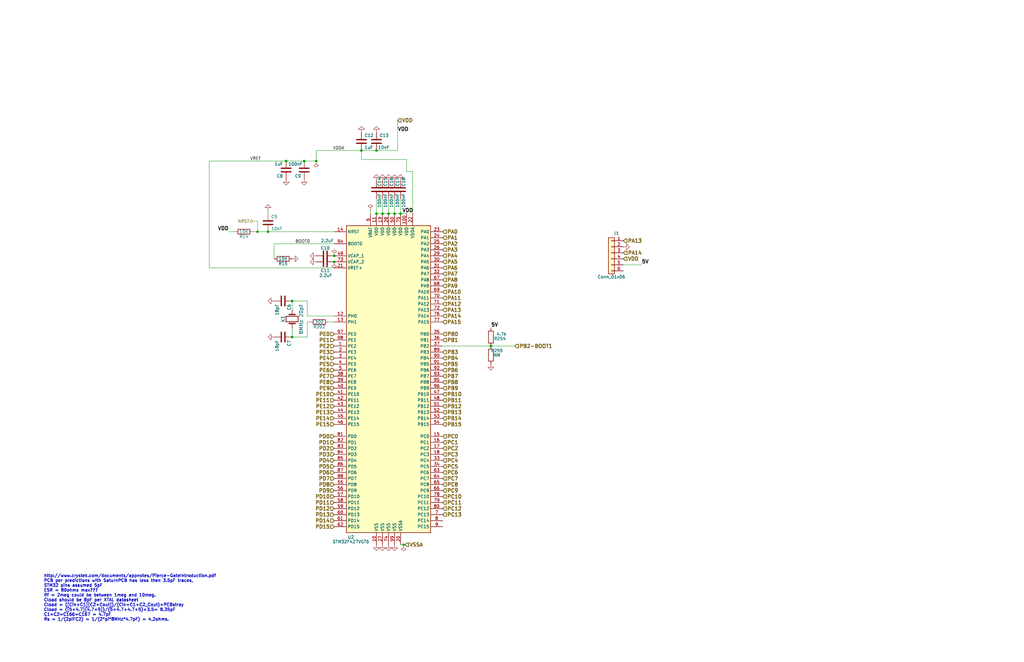
<source format=kicad_sch>
(kicad_sch (version 20211123) (generator eeschema)
  (paper "B")
  (title_block (title "microRusEFI-2L") (date "2022-04-10") (rev "R0.6.0") (company "rusEFI.com") (comment 1 "Donald Becker") (comment 2 "AI6OD"))
  (lib_symbols
    (symbol "Connector_Generic:Conn_01x06" (pin_names (offset 1.016) hide)
      (property "Reference" "J" (at 0 7.62 0))
      (property "Value" "Conn_01x06" (at 0 -10.16 0))
      (symbol "Conn_01x06_1_1"
        (rectangle (start -1.27 -7.493) (end 0 -7.747) (stroke (width 0.1524)))
        (rectangle (start -1.27 -4.953) (end 0 -5.207) (stroke (width 0.1524)))
        (rectangle (start -1.27 -2.413) (end 0 -2.667) (stroke (width 0.1524)))
        (rectangle (start -1.27 0.127) (end 0 -0.127) (stroke (width 0.1524)))
        (rectangle (start -1.27 2.667) (end 0 2.413) (stroke (width 0.1524)))
        (rectangle (start -1.27 5.207) (end 0 4.953) (stroke (width 0.1524)))
        (rectangle (start -1.27 6.35) (end 1.27 -8.89) (stroke (width 0.254)) (fill (type background)))
        (pin passive line (at -5.08 5.08 0) (length 3.81) (name "Pin_1") (number "1"))
        (pin passive line (at -5.08 2.54 0) (length 3.81) (name "Pin_2") (number "2"))
        (pin passive line (at -5.08 0 0) (length 3.81) (name "Pin_3") (number "3"))
        (pin passive line (at -5.08 -2.54 0) (length 3.81) (name "Pin_4") (number "4"))
        (pin passive line (at -5.08 -5.08 0) (length 3.81) (name "Pin_5") (number "5"))
        (pin passive line (at -5.08 -7.62 0) (length 3.81) (name "Pin_6") (number "6"))
      )
    )
    (symbol "Device:C" (pin_numbers hide) (pin_names (offset 0.254))
      (property "Reference" "C" (at 0.635 2.54 0))
      (property "Value" "C" (at 0.635 -2.54 0))
      (symbol "C_0_1"
        (polyline (pts (xy -2.032 -0.762) (xy 2.032 -0.762)) (stroke (width 0.508)))
        (polyline (pts (xy -2.032 0.762) (xy 2.032 0.762)) (stroke (width 0.508)))
      )
      (symbol "C_1_1"
        (pin passive line (at 0 3.81 270) (length 2.794) (name "~") (number "1"))
        (pin passive line (at 0 -3.81 90) (length 2.794) (name "~") (number "2"))
      )
    )
    (symbol "Device:Crystal" (pin_numbers hide) (pin_names (offset 1.016) hide)
      (property "Reference" "Y" (at 0 3.81 0))
      (property "Value" "Crystal" (at 0 -3.81 0))
      (symbol "Crystal_0_1"
        (rectangle (start -1.143 2.54) (end 1.143 -2.54) (stroke (width 0.3048)))
        (polyline (pts (xy -2.54 0) (xy -1.905 0)))
        (polyline (pts (xy -1.905 -1.27) (xy -1.905 1.27)) (stroke (width 0.508)))
        (polyline (pts (xy 1.905 -1.27) (xy 1.905 1.27)) (stroke (width 0.508)))
        (polyline (pts (xy 2.54 0) (xy 1.905 0)))
      )
      (symbol "Crystal_1_1"
        (pin passive line (at -3.81 0 0) (length 1.27) (name "1") (number "1"))
        (pin passive line (at 3.81 0 180) (length 1.27) (name "2") (number "2"))
      )
    )
    (symbol "Device:R" (pin_numbers hide) (pin_names (offset 0))
      (property "Reference" "R" (at 2.032 0 90))
      (property "Value" "R" (at 0 0 90))
      (symbol "R_0_1"
        (rectangle (start -1.016 -2.54) (end 1.016 2.54) (stroke (width 0.254)))
      )
      (symbol "R_1_1"
        (pin passive line (at 0 3.81 270) (length 1.27) (name "~") (number "1"))
        (pin passive line (at 0 -3.81 90) (length 1.27) (name "~") (number "2"))
      )
    )
    (symbol "MCU_ST_STM32F4:STM32F407VGTx"
      (property "Reference" "U" (at -17.78 64.77 0))
      (property "Value" "STM32F407VGTx" (at 12.7 64.77 0))
      (symbol "STM32F407VGTx_0_1"
        (rectangle (start -17.78 -66.04) (end 17.78 63.5) (stroke (width 0.254)) (fill (type background)))
      )
      (symbol "STM32F407VGTx_1_1"
        (pin bidirectional line (at -22.86 12.7 0) (length 5.08) (name "PE2") (number "1"))
        (pin power_in line (at -5.08 -71.12 90) (length 5.08) (name "VSS") (number "10"))
        (pin power_in line (at 7.62 68.58 270) (length 5.08) (name "VDD") (number "100"))
        (pin power_in line (at -5.08 68.58 270) (length 5.08) (name "VDD") (number "11"))
        (pin input line (at -22.86 25.4 0) (length 5.08) (name "PH0") (number "12"))
        (pin input line (at -22.86 22.86 0) (length 5.08) (name "PH1") (number "13"))
        (pin input line (at -22.86 60.96 0) (length 5.08) (name "NRST") (number "14"))
        (pin bidirectional line (at 22.86 -25.4 180) (length 5.08) (name "PC0") (number "15"))
        (pin bidirectional line (at 22.86 -27.94 180) (length 5.08) (name "PC1") (number "16"))
        (pin bidirectional line (at 22.86 -30.48 180) (length 5.08) (name "PC2") (number "17"))
        (pin bidirectional line (at 22.86 -33.02 180) (length 5.08) (name "PC3") (number "18"))
        (pin power_in line (at -2.54 68.58 270) (length 5.08) (name "VDD") (number "19"))
        (pin bidirectional line (at -22.86 10.16 0) (length 5.08) (name "PE3") (number "2"))
        (pin power_in line (at 5.08 -71.12 90) (length 5.08) (name "VSSA") (number "20"))
        (pin power_in line (at -22.86 45.72 0) (length 5.08) (name "VREF+") (number "21"))
        (pin power_in line (at 10.16 68.58 270) (length 5.08) (name "VDDA") (number "22"))
        (pin bidirectional line (at 22.86 60.96 180) (length 5.08) (name "PA0") (number "23"))
        (pin bidirectional line (at 22.86 58.42 180) (length 5.08) (name "PA1") (number "24"))
        (pin bidirectional line (at 22.86 55.88 180) (length 5.08) (name "PA2") (number "25"))
        (pin bidirectional line (at 22.86 53.34 180) (length 5.08) (name "PA3") (number "26"))
        (pin power_in line (at -2.54 -71.12 90) (length 5.08) (name "VSS") (number "27"))
        (pin power_in line (at 0 68.58 270) (length 5.08) (name "VDD") (number "28"))
        (pin bidirectional line (at 22.86 50.8 180) (length 5.08) (name "PA4") (number "29"))
        (pin bidirectional line (at -22.86 7.62 0) (length 5.08) (name "PE4") (number "3"))
        (pin bidirectional line (at 22.86 48.26 180) (length 5.08) (name "PA5") (number "30"))
        (pin bidirectional line (at 22.86 45.72 180) (length 5.08) (name "PA6") (number "31"))
        (pin bidirectional line (at 22.86 43.18 180) (length 5.08) (name "PA7") (number "32"))
        (pin bidirectional line (at 22.86 -35.56 180) (length 5.08) (name "PC4") (number "33"))
        (pin bidirectional line (at 22.86 -38.1 180) (length 5.08) (name "PC5") (number "34"))
        (pin bidirectional line (at 22.86 17.78 180) (length 5.08) (name "PB0") (number "35"))
        (pin bidirectional line (at 22.86 15.24 180) (length 5.08) (name "PB1") (number "36"))
        (pin bidirectional line (at 22.86 12.7 180) (length 5.08) (name "PB2") (number "37"))
        (pin bidirectional line (at -22.86 0 0) (length 5.08) (name "PE7") (number "38"))
        (pin bidirectional line (at -22.86 -2.54 0) (length 5.08) (name "PE8") (number "39"))
        (pin bidirectional line (at -22.86 5.08 0) (length 5.08) (name "PE5") (number "4"))
        (pin bidirectional line (at -22.86 -5.08 0) (length 5.08) (name "PE9") (number "40"))
        (pin bidirectional line (at -22.86 -7.62 0) (length 5.08) (name "PE10") (number "41"))
        (pin bidirectional line (at -22.86 -10.16 0) (length 5.08) (name "PE11") (number "42"))
        (pin bidirectional line (at -22.86 -12.7 0) (length 5.08) (name "PE12") (number "43"))
        (pin bidirectional line (at -22.86 -15.24 0) (length 5.08) (name "PE13") (number "44"))
        (pin bidirectional line (at -22.86 -17.78 0) (length 5.08) (name "PE14") (number "45"))
        (pin bidirectional line (at -22.86 -20.32 0) (length 5.08) (name "PE15") (number "46"))
        (pin bidirectional line (at 22.86 -7.62 180) (length 5.08) (name "PB10") (number "47"))
        (pin bidirectional line (at 22.86 -10.16 180) (length 5.08) (name "PB11") (number "48"))
        (pin power_in line (at -22.86 50.8 0) (length 5.08) (name "VCAP_1") (number "49"))
        (pin bidirectional line (at -22.86 2.54 0) (length 5.08) (name "PE6") (number "5"))
        (pin power_in line (at 2.54 68.58 270) (length 5.08) (name "VDD") (number "50"))
        (pin bidirectional line (at 22.86 -12.7 180) (length 5.08) (name "PB12") (number "51"))
        (pin bidirectional line (at 22.86 -15.24 180) (length 5.08) (name "PB13") (number "52"))
        (pin bidirectional line (at 22.86 -17.78 180) (length 5.08) (name "PB14") (number "53"))
        (pin bidirectional line (at 22.86 -20.32 180) (length 5.08) (name "PB15") (number "54"))
        (pin bidirectional line (at -22.86 -45.72 0) (length 5.08) (name "PD8") (number "55"))
        (pin bidirectional line (at -22.86 -48.26 0) (length 5.08) (name "PD9") (number "56"))
        (pin bidirectional line (at -22.86 -50.8 0) (length 5.08) (name "PD10") (number "57"))
        (pin bidirectional line (at -22.86 -53.34 0) (length 5.08) (name "PD11") (number "58"))
        (pin bidirectional line (at -22.86 -55.88 0) (length 5.08) (name "PD12") (number "59"))
        (pin power_in line (at -7.62 68.58 270) (length 5.08) (name "VBAT") (number "6"))
        (pin bidirectional line (at -22.86 -58.42 0) (length 5.08) (name "PD13") (number "60"))
        (pin bidirectional line (at -22.86 -60.96 0) (length 5.08) (name "PD14") (number "61"))
        (pin bidirectional line (at -22.86 -63.5 0) (length 5.08) (name "PD15") (number "62"))
        (pin bidirectional line (at 22.86 -40.64 180) (length 5.08) (name "PC6") (number "63"))
        (pin bidirectional line (at 22.86 -43.18 180) (length 5.08) (name "PC7") (number "64"))
        (pin bidirectional line (at 22.86 -45.72 180) (length 5.08) (name "PC8") (number "65"))
        (pin bidirectional line (at 22.86 -48.26 180) (length 5.08) (name "PC9") (number "66"))
        (pin bidirectional line (at 22.86 40.64 180) (length 5.08) (name "PA8") (number "67"))
        (pin bidirectional line (at 22.86 38.1 180) (length 5.08) (name "PA9") (number "68"))
        (pin bidirectional line (at 22.86 35.56 180) (length 5.08) (name "PA10") (number "69"))
        (pin bidirectional line (at 22.86 -58.42 180) (length 5.08) (name "PC13") (number "7"))
        (pin bidirectional line (at 22.86 33.02 180) (length 5.08) (name "PA11") (number "70"))
        (pin bidirectional line (at 22.86 30.48 180) (length 5.08) (name "PA12") (number "71"))
        (pin bidirectional line (at 22.86 27.94 180) (length 5.08) (name "PA13") (number "72"))
        (pin power_in line (at -22.86 48.26 0) (length 5.08) (name "VCAP_2") (number "73"))
        (pin power_in line (at 0 -71.12 90) (length 5.08) (name "VSS") (number "74"))
        (pin power_in line (at 5.08 68.58 270) (length 5.08) (name "VDD") (number "75"))
        (pin bidirectional line (at 22.86 25.4 180) (length 5.08) (name "PA14") (number "76"))
        (pin bidirectional line (at 22.86 22.86 180) (length 5.08) (name "PA15") (number "77"))
        (pin bidirectional line (at 22.86 -50.8 180) (length 5.08) (name "PC10") (number "78"))
        (pin bidirectional line (at 22.86 -53.34 180) (length 5.08) (name "PC11") (number "79"))
        (pin bidirectional line (at 22.86 -60.96 180) (length 5.08) (name "PC14") (number "8"))
        (pin bidirectional line (at 22.86 -55.88 180) (length 5.08) (name "PC12") (number "80"))
        (pin bidirectional line (at -22.86 -25.4 0) (length 5.08) (name "PD0") (number "81"))
        (pin bidirectional line (at -22.86 -27.94 0) (length 5.08) (name "PD1") (number "82"))
        (pin bidirectional line (at -22.86 -30.48 0) (length 5.08) (name "PD2") (number "83"))
        (pin bidirectional line (at -22.86 -33.02 0) (length 5.08) (name "PD3") (number "84"))
        (pin bidirectional line (at -22.86 -35.56 0) (length 5.08) (name "PD4") (number "85"))
        (pin bidirectional line (at -22.86 -38.1 0) (length 5.08) (name "PD5") (number "86"))
        (pin bidirectional line (at -22.86 -40.64 0) (length 5.08) (name "PD6") (number "87"))
        (pin bidirectional line (at -22.86 -43.18 0) (length 5.08) (name "PD7") (number "88"))
        (pin bidirectional line (at 22.86 10.16 180) (length 5.08) (name "PB3") (number "89"))
        (pin bidirectional line (at 22.86 -63.5 180) (length 5.08) (name "PC15") (number "9"))
        (pin bidirectional line (at 22.86 7.62 180) (length 5.08) (name "PB4") (number "90"))
        (pin bidirectional line (at 22.86 5.08 180) (length 5.08) (name "PB5") (number "91"))
        (pin bidirectional line (at 22.86 2.54 180) (length 5.08) (name "PB6") (number "92"))
        (pin bidirectional line (at 22.86 0 180) (length 5.08) (name "PB7") (number "93"))
        (pin input line (at -22.86 55.88 0) (length 5.08) (name "BOOT0") (number "94"))
        (pin bidirectional line (at 22.86 -2.54 180) (length 5.08) (name "PB8") (number "95"))
        (pin bidirectional line (at 22.86 -5.08 180) (length 5.08) (name "PB9") (number "96"))
        (pin bidirectional line (at -22.86 17.78 0) (length 5.08) (name "PE0") (number "97"))
        (pin bidirectional line (at -22.86 15.24 0) (length 5.08) (name "PE1") (number "98"))
        (pin power_in line (at 2.54 -71.12 90) (length 5.08) (name "VSS") (number "99"))
      )
    )
    (symbol "power:GND" (power) (pin_names (offset 0))
      (property "Value" "GND" (at 0 -3.81 0))
      (symbol "GND_0_1"
        (polyline (pts (xy 0 0) (xy 0 -1.27) (xy 1.27 -1.27) (xy 0 -2.54) (xy -1.27 -1.27) (xy 0 -1.27)))
      )
      (symbol "GND_1_1"
        (pin power_in line (at 0 0 270) (length 0) hide (name "GND") (number "1"))
      )
    )
    (symbol "power:PWR_FLAG" (power) (pin_numbers hide) (pin_names (offset 0) hide)
      (property "Value" "PWR_FLAG" (at 0 3.81 0))
      (symbol "PWR_FLAG_0_0"
        (pin power_out line (at 0 0 90) (length 0) (name "pwr") (number "1"))
      )
      (symbol "PWR_FLAG_0_1"
        (polyline (pts (xy 0 0) (xy 0 1.27) (xy -1.016 1.905) (xy 0 2.54) (xy 1.016 1.905) (xy 0 1.27)))
      )
    )
  )
  (junction (at 123.19 142.24))
  (junction (at 133.35 67.945))
  (junction (at 140.97 107.95))
  (junction (at 166.37 90.17))
  (junction (at 168.91 90.17))
  (junction (at 163.83 90.17))
  (junction (at 161.29 90.17))
  (junction (at 140.97 110.49))
  (junction (at 113.03 97.79))
  (junction (at 158.75 63.5))
  (junction (at 170.18 229.87))
  (junction (at 123.19 127))
  (junction (at 120.65 67.945))
  (junction (at 207.01 146.05))
  (junction (at 152.4 63.5))
  (junction (at 128.27 67.945))
  (junction (at 158.75 90.17))
  (junction (at 108.585 97.79))
  (wire (pts (xy 170.18 229.87) (xy 170.815 229.87)))
  (wire (pts (xy 88.265 67.945) (xy 88.265 113.03)))
  (wire (pts (xy 163.83 90.17) (xy 166.37 90.17)))
  (wire (pts (xy 128.27 67.945) (xy 133.35 67.945)))
  (wire (pts (xy 123.19 127) (xy 123.19 130.81)))
  (wire (pts (xy 113.03 90.17) (xy 113.03 88.9)))
  (wire (pts (xy 129.54 127) (xy 129.54 133.35)))
  (wire (pts (xy 217.17 146.05) (xy 207.01 146.05)))
  (wire (pts (xy 156.21 88.9) (xy 156.21 90.17)))
  (wire (pts (xy 168.91 83.82) (xy 168.91 90.17)))
  (wire (pts (xy 152.4 63.5) (xy 152.4 67.31)))
  (wire (pts (xy 88.265 113.03) (xy 140.97 113.03)))
  (wire (pts (xy 171.45 67.31) (xy 152.4 67.31)))
  (wire (pts (xy 129.54 135.89) (xy 129.54 142.24)))
  (wire (pts (xy 106.68 93.345) (xy 108.585 93.345)))
  (wire (pts (xy 108.585 93.345) (xy 108.585 97.79)))
  (wire (pts (xy 106.68 97.79) (xy 108.585 97.79)))
  (wire (pts (xy 99.06 97.79) (xy 96.52 97.79)))
  (wire (pts (xy 130.81 135.89) (xy 129.54 135.89)))
  (wire (pts (xy 120.65 67.945) (xy 128.27 67.945)))
  (wire (pts (xy 133.35 63.5) (xy 133.35 67.945)))
  (wire (pts (xy 173.99 72.39) (xy 171.45 72.39)))
  (wire (pts (xy 168.91 229.87) (xy 170.18 229.87)))
  (wire (pts (xy 115.57 102.87) (xy 140.97 102.87)))
  (wire (pts (xy 88.265 67.945) (xy 120.65 67.945)))
  (wire (pts (xy 158.75 90.17) (xy 161.29 90.17)))
  (wire (pts (xy 140.97 135.89) (xy 138.43 135.89)))
  (wire (pts (xy 161.29 83.82) (xy 161.29 90.17)))
  (wire (pts (xy 113.03 97.79) (xy 140.97 97.79)))
  (wire (pts (xy 171.45 67.31) (xy 171.45 72.39)))
  (wire (pts (xy 173.99 90.17) (xy 173.99 72.39)))
  (wire (pts (xy 133.35 63.5) (xy 152.4 63.5)))
  (wire (pts (xy 161.29 90.17) (xy 163.83 90.17)))
  (wire (pts (xy 108.585 97.79) (xy 113.03 97.79)))
  (wire (pts (xy 167.64 50.8) (xy 167.64 63.5)))
  (wire (pts (xy 168.91 90.17) (xy 171.45 90.17)))
  (wire (pts (xy 140.97 133.35) (xy 129.54 133.35)))
  (wire (pts (xy 163.83 83.82) (xy 163.83 90.17)))
  (wire (pts (xy 115.57 109.22) (xy 115.57 102.87)))
  (wire (pts (xy 166.37 90.17) (xy 168.91 90.17)))
  (wire (pts (xy 207.01 146.05) (xy 186.69 146.05)))
  (wire (pts (xy 123.19 138.43) (xy 123.19 142.24)))
  (wire (pts (xy 152.4 63.5) (xy 158.75 63.5)))
  (wire (pts (xy 129.54 127) (xy 123.19 127)))
  (wire (pts (xy 129.54 142.24) (xy 123.19 142.24)))
  (wire (pts (xy 270.51 111.76) (xy 262.89 111.76)))
  (wire (pts (xy 158.75 63.5) (xy 167.64 63.5)))
  (wire (pts (xy 158.75 83.82) (xy 158.75 90.17)))
  (wire (pts (xy 166.37 83.82) (xy 166.37 90.17)))
  (text "http://www.crystek.com/documents/appnotes/Pierce-GateIntroduction.pdf\nPCB per predictions with SaturnPCB has less then 3.5pF traces, \nSTM32 pins assumed 5pF\nESR = 80ohms max???\nRf = 2meg could be between 1meg and 10meg.\nCload should be 8pF per XTAL datasheet\nCload = ([Cin+C1][C2+Cout])/(Cin+C1+C2_Cout)+PCBstray\nCload = ([5+4.7][4.7+5])/(5+4.7+4.7+5)+3.5= 8.35pF\nC1=C2=C166=C167 = 4.7pF\nRs = 1/(2piFC2) = 1/(2*pi*8MHz*4.7pF) = 4.2ohms. " (at 18.415 262.255 0) (effects (font (size 1.27 1.27) (thickness 0.254) bold) (justify left bottom)))
  (label "VDD" (at 169.545 90.17 0) (effects (font (size 1.524 1.524) (thickness 0.3048) bold)))
  (label "5V" (at 207.01 138.43 0) (effects (font (size 1.524 1.524) (thickness 0.3048) bold)))
  (label "VREF" (at 105.41 67.945 0))
  (label "BOOT0" (at 124.46 102.87 0))
  (label "5V" (at 270.51 111.76 0) (effects (font (size 1.524 1.524) (thickness 0.3048) bold)))
  (label "VDD" (at 96.52 97.79 180) (effects (font (size 1.524 1.524) (thickness 0.3048) bold)))
  (label "VDD" (at 167.64 55.88 0) (effects (font (size 1.524 1.524) (thickness 0.3048) bold)))
  (label "VDDA" (at 140.335 63.5 0))
  (hierarchical_label "PA2" (shape input) (at 186.69 102.87 0) (effects (font (size 1.524 1.524) (thickness 0.3048) bold)))
  (hierarchical_label "PA12" (shape input) (at 186.69 128.27 0) (effects (font (size 1.524 1.524) (thickness 0.3048) bold)))
  (hierarchical_label "PA11" (shape input) (at 186.69 125.73 0) (effects (font (size 1.524 1.524) (thickness 0.3048) bold)))
  (hierarchical_label "PD14" (shape input) (at 140.97 219.71 180) (effects (font (size 1.524 1.524) (thickness 0.3048) bold)))
  (hierarchical_label "PA5" (shape input) (at 186.69 110.49 0) (effects (font (size 1.524 1.524) (thickness 0.3048) bold)))
  (hierarchical_label "PB8" (shape input) (at 186.69 161.29 0) (effects (font (size 1.524 1.524) (thickness 0.3048) bold)))
  (hierarchical_label "PE3" (shape input) (at 140.97 148.59 180) (effects (font (size 1.524 1.524) (thickness 0.3048) bold)))
  (hierarchical_label "PD9" (shape input) (at 140.97 207.01 180) (effects (font (size 1.524 1.524) (thickness 0.3048) bold)))
  (hierarchical_label "PA8" (shape input) (at 186.69 118.11 0) (effects (font (size 1.524 1.524) (thickness 0.3048) bold)))
  (hierarchical_label "PC1" (shape input) (at 186.69 186.69 0) (effects (font (size 1.524 1.524) (thickness 0.3048) bold)))
  (hierarchical_label "PE2" (shape input) (at 140.97 146.05 180) (effects (font (size 1.524 1.524) (thickness 0.3048) bold)))
  (hierarchical_label "PC12" (shape input) (at 186.69 214.63 0) (effects (font (size 1.524 1.524) (thickness 0.3048) bold)))
  (hierarchical_label "PE15" (shape input) (at 140.97 179.07 180) (effects (font (size 1.524 1.524) (thickness 0.3048) bold)))
  (hierarchical_label "VDD" (shape input) (at 262.89 109.22 0) (effects (font (size 1.524 1.524) (thickness 0.3048) bold)))
  (hierarchical_label "PA0" (shape input) (at 186.69 97.79 0) (effects (font (size 1.524 1.524) (thickness 0.3048) bold)))
  (hierarchical_label "PA15" (shape input) (at 186.69 135.89 0) (effects (font (size 1.524 1.524) (thickness 0.3048) bold)))
  (hierarchical_label "PC8" (shape input) (at 186.69 204.47 0) (effects (font (size 1.524 1.524) (thickness 0.3048) bold)))
  (hierarchical_label "PD11" (shape input) (at 140.97 212.09 180) (effects (font (size 1.524 1.524) (thickness 0.3048) bold)))
  (hierarchical_label "PE13" (shape input) (at 140.97 173.99 180) (effects (font (size 1.524 1.524) (thickness 0.3048) bold)))
  (hierarchical_label "PA1" (shape input) (at 186.69 100.33 0) (effects (font (size 1.524 1.524) (thickness 0.3048) bold)))
  (hierarchical_label "PA14" (shape input) (at 262.89 106.68 0) (effects (font (size 1.524 1.524) (thickness 0.3048) bold)))
  (hierarchical_label "PD1" (shape input) (at 140.97 186.69 180) (effects (font (size 1.524 1.524) (thickness 0.3048) bold)))
  (hierarchical_label "PB5" (shape input) (at 186.69 153.67 0) (effects (font (size 1.524 1.524) (thickness 0.3048) bold)))
  (hierarchical_label "PC0" (shape input) (at 186.69 184.15 0) (effects (font (size 1.524 1.524) (thickness 0.3048) bold)))
  (hierarchical_label "VSSA" (shape input) (at 170.815 229.87 0) (effects (font (size 1.524 1.524) (thickness 0.3048) bold)))
  (hierarchical_label "PC6" (shape input) (at 186.69 199.39 0) (effects (font (size 1.524 1.524) (thickness 0.3048) bold)))
  (hierarchical_label "PD12" (shape input) (at 140.97 214.63 180) (effects (font (size 1.524 1.524) (thickness 0.3048) bold)))
  (hierarchical_label "PB3" (shape input) (at 186.69 148.59 0) (effects (font (size 1.524 1.524) (thickness 0.3048) bold)))
  (hierarchical_label "PE14" (shape input) (at 140.97 176.53 180) (effects (font (size 1.524 1.524) (thickness 0.3048) bold)))
  (hierarchical_label "PC9" (shape input) (at 186.69 207.01 0) (effects (font (size 1.524 1.524) (thickness 0.3048) bold)))
  (hierarchical_label "PD7" (shape input) (at 140.97 201.93 180) (effects (font (size 1.524 1.524) (thickness 0.3048) bold)))
  (hierarchical_label "PB0" (shape input) (at 186.69 140.97 0) (effects (font (size 1.524 1.524) (thickness 0.3048) bold)))
  (hierarchical_label "NRST" (shape bidirectional) (at 106.68 93.345 180))
  (hierarchical_label "PB9" (shape input) (at 186.69 163.83 0) (effects (font (size 1.524 1.524) (thickness 0.3048) bold)))
  (hierarchical_label "PD13" (shape input) (at 140.97 217.17 180) (effects (font (size 1.524 1.524) (thickness 0.3048) bold)))
  (hierarchical_label "PB13" (shape input) (at 186.69 173.99 0) (effects (font (size 1.524 1.524) (thickness 0.3048) bold)))
  (hierarchical_label "PB1" (shape input) (at 186.69 143.51 0) (effects (font (size 1.524 1.524) (thickness 0.3048) bold)))
  (hierarchical_label "VDD" (shape input) (at 167.64 50.8 0) (effects (font (size 1.524 1.524) (thickness 0.3048) bold)))
  (hierarchical_label "PC10" (shape input) (at 186.69 209.55 0) (effects (font (size 1.524 1.524) (thickness 0.3048) bold)))
  (hierarchical_label "PE9" (shape input) (at 140.97 163.83 180) (effects (font (size 1.524 1.524) (thickness 0.3048) bold)))
  (hierarchical_label "PD0" (shape input) (at 140.97 184.15 180) (effects (font (size 1.524 1.524) (thickness 0.3048) bold)))
  (hierarchical_label "PA3" (shape input) (at 186.69 105.41 0) (effects (font (size 1.524 1.524) (thickness 0.3048) bold)))
  (hierarchical_label "PB4" (shape input) (at 186.69 151.13 0) (effects (font (size 1.524 1.524) (thickness 0.3048) bold)))
  (hierarchical_label "PB6" (shape input) (at 186.69 156.21 0) (effects (font (size 1.524 1.524) (thickness 0.3048) bold)))
  (hierarchical_label "PE5" (shape input) (at 140.97 153.67 180) (effects (font (size 1.524 1.524) (thickness 0.3048) bold)))
  (hierarchical_label "PA13" (shape input) (at 262.89 101.6 0) (effects (font (size 1.524 1.524) (thickness 0.3048) bold)))
  (hierarchical_label "PE12" (shape input) (at 140.97 171.45 180) (effects (font (size 1.524 1.524) (thickness 0.3048) bold)))
  (hierarchical_label "PC5" (shape input) (at 186.69 196.85 0) (effects (font (size 1.524 1.524) (thickness 0.3048) bold)))
  (hierarchical_label "PC11" (shape input) (at 186.69 212.09 0) (effects (font (size 1.524 1.524) (thickness 0.3048) bold)))
  (hierarchical_label "PD4" (shape input) (at 140.97 194.31 180) (effects (font (size 1.524 1.524) (thickness 0.3048) bold)))
  (hierarchical_label "PE11" (shape input) (at 140.97 168.91 180) (effects (font (size 1.524 1.524) (thickness 0.3048) bold)))
  (hierarchical_label "PE4" (shape input) (at 140.97 151.13 180) (effects (font (size 1.524 1.524) (thickness 0.3048) bold)))
  (hierarchical_label "PA6" (shape input) (at 186.69 113.03 0) (effects (font (size 1.524 1.524) (thickness 0.3048) bold)))
  (hierarchical_label "PD10" (shape input) (at 140.97 209.55 180) (effects (font (size 1.524 1.524) (thickness 0.3048) bold)))
  (hierarchical_label "PD2" (shape input) (at 140.97 189.23 180) (effects (font (size 1.524 1.524) (thickness 0.3048) bold)))
  (hierarchical_label "PE6" (shape input) (at 140.97 156.21 180) (effects (font (size 1.524 1.524) (thickness 0.3048) bold)))
  (hierarchical_label "PC4" (shape input) (at 186.69 194.31 0) (effects (font (size 1.524 1.524) (thickness 0.3048) bold)))
  (hierarchical_label "PA10" (shape input) (at 186.69 123.19 0) (effects (font (size 1.524 1.524) (thickness 0.3048) bold)))
  (hierarchical_label "PE0" (shape input) (at 140.97 140.97 180) (effects (font (size 1.524 1.524) (thickness 0.3048) bold)))
  (hierarchical_label "PD8" (shape input) (at 140.97 204.47 180) (effects (font (size 1.524 1.524) (thickness 0.3048) bold)))
  (hierarchical_label "PB15" (shape input) (at 186.69 179.07 0) (effects (font (size 1.524 1.524) (thickness 0.3048) bold)))
  (hierarchical_label "PB14" (shape input) (at 186.69 176.53 0) (effects (font (size 1.524 1.524) (thickness 0.3048) bold)))
  (hierarchical_label "PC7" (shape input) (at 186.69 201.93 0) (effects (font (size 1.524 1.524) (thickness 0.3048) bold)))
  (hierarchical_label "PE7" (shape input) (at 140.97 158.75 180) (effects (font (size 1.524 1.524) (thickness 0.3048) bold)))
  (hierarchical_label "PB2-BOOT1" (shape input) (at 217.17 146.05 0) (effects (font (size 1.524 1.524) (thickness 0.3048) bold)))
  (hierarchical_label "PC3" (shape input) (at 186.69 191.77 0) (effects (font (size 1.524 1.524) (thickness 0.3048) bold)))
  (hierarchical_label "PE1" (shape input) (at 140.97 143.51 180) (effects (font (size 1.524 1.524) (thickness 0.3048) bold)))
  (hierarchical_label "PB12" (shape input) (at 186.69 171.45 0) (effects (font (size 1.524 1.524) (thickness 0.3048) bold)))
  (hierarchical_label "PC2" (shape input) (at 186.69 189.23 0) (effects (font (size 1.524 1.524) (thickness 0.3048) bold)))
  (hierarchical_label "PD6" (shape input) (at 140.97 199.39 180) (effects (font (size 1.524 1.524) (thickness 0.3048) bold)))
  (hierarchical_label "PE8" (shape input) (at 140.97 161.29 180) (effects (font (size 1.524 1.524) (thickness 0.3048) bold)))
  (hierarchical_label "PA9" (shape input) (at 186.69 120.65 0) (effects (font (size 1.524 1.524) (thickness 0.3048) bold)))
  (hierarchical_label "PA14" (shape input) (at 186.69 133.35 0) (effects (font (size 1.524 1.524) (thickness 0.3048) bold)))
  (hierarchical_label "PB11" (shape input) (at 186.69 168.91 0) (effects (font (size 1.524 1.524) (thickness 0.3048) bold)))
  (hierarchical_label "PB7" (shape input) (at 186.69 158.75 0) (effects (font (size 1.524 1.524) (thickness 0.3048) bold)))
  (hierarchical_label "PD3" (shape input) (at 140.97 191.77 180) (effects (font (size 1.524 1.524) (thickness 0.3048) bold)))
  (hierarchical_label "PE10" (shape input) (at 140.97 166.37 180) (effects (font (size 1.524 1.524) (thickness 0.3048) bold)))
  (hierarchical_label "PA13" (shape input) (at 186.69 130.81 0) (effects (font (size 1.524 1.524) (thickness 0.3048) bold)))
  (hierarchical_label "PB10" (shape input) (at 186.69 166.37 0) (effects (font (size 1.524 1.524) (thickness 0.3048) bold)))
  (hierarchical_label "PC13" (shape input) (at 186.69 217.17 0) (effects (font (size 1.524 1.524) (thickness 0.3048) bold)))
  (hierarchical_label "PD5" (shape input) (at 140.97 196.85 180) (effects (font (size 1.524 1.524) (thickness 0.3048) bold)))
  (hierarchical_label "PA7" (shape input) (at 186.69 115.57 0) (effects (font (size 1.524 1.524) (thickness 0.3048) bold)))
  (hierarchical_label "PD15" (shape input) (at 140.97 222.25 180) (effects (font (size 1.524 1.524) (thickness 0.3048) bold)))
  (hierarchical_label "PA4" (shape input) (at 186.69 107.95 0) (effects (font (size 1.524 1.524) (thickness 0.3048) bold)))
  (symbol (lib_id "power:GND") (at 158.75 229.87 0) (unit 1)
    (property "Reference" "#PWR0142" (effects hide))
    (property "Value" "GND" (effects hide))
  )
  (symbol (lib_id "Device:C") (at 137.16 107.95 270) (unit 1)
    (property "Reference" "C10" (at 137.16 104.648 90))
    (property "Value" "2.2uF" (at 135.255 101.6 90) (effects (justify left)))
    (property "Footprint" "Capacitor_SMD:C_0603_1608Metric" (effects hide))
    (property "PageName" "stm32f407_board" (effects hide))
    (property "Part #" "GRM188R6YA225KA12D" (effects hide))
    (property "VEND" "DIGI" (effects hide))
    (property "VEND#" "490-7204-1-ND" (effects hide))
    (property "Manufacturer" "MURATA" (effects hide))
    (property "LCSC" "C23630" (effects hide))
  )
  (symbol (lib_id "Device:C") (at 137.16 110.49 270) (unit 1)
    (property "Reference" "C11" (at 137.16 114.173 90))
    (property "Value" "2.2uF" (at 134.62 116.205 90) (effects (justify left)))
    (property "Footprint" "Capacitor_SMD:C_0603_1608Metric" (effects hide))
    (property "PageName" "stm32f407_board" (effects hide))
    (property "LCSC" "C23630" (effects hide))
    (property "Part #" "GRM188R6YA225KA12D" (effects hide))
    (property "VEND" "DIGI" (effects hide))
    (property "VEND#" "490-7204-1-ND" (effects hide))
    (property "Manufacturer" "MURATA" (effects hide))
  )
  (symbol (lib_id "power:GND") (at 133.35 107.95 270) (unit 1)
    (property "Reference" "#PWR0129" (effects hide))
    (property "Value" "GND" (effects hide))
  )
  (symbol (lib_id "power:GND") (at 133.35 110.49 270) (unit 1)
    (property "Reference" "#PWR0131" (effects hide))
    (property "Value" "GND" (effects hide))
  )
  (symbol (lib_id "Device:Crystal") (at 123.19 134.62 90) (unit 1)
    (property "Reference" "X1" (at 119.38 134.62 0) (effects (font (size 1.524 1.524))))
    (property "Value" "8MHz 20pF" (at 127 134.62 0) (effects (font (size 1.524 1.524))))
    (property "Footprint" "Crystal:Crystal_SMD_5032-2Pin_5.0x3.2mm" (effects hide))
    (property "PageName" "stm32f407_board" (effects hide))
    (property "LCSC" "C115962" (effects hide))
  )
  (symbol (lib_id "Device:C") (at 152.4 59.69 0) (unit 1)
    (property "Reference" "C12" (at 153.67 57.15 0) (effects (justify left)))
    (property "Value" "1uF" (at 153.67 62.23 0) (effects (justify left)))
    (property "Footprint" "Capacitor_SMD:C_0603_1608Metric" (effects hide))
    (property "Part #" "UMK107BJ105KA-T" (effects hide))
    (property "VEND" "DIGI" (effects hide))
    (property "VEND#" "587-2400-1-ND" (effects hide))
    (property "Manufacturer" "Taiyo Yuden" (effects hide))
    (property "LCSC" "C15849" (effects hide))
  )
  (symbol (lib_id "Device:C") (at 158.75 59.69 0) (unit 1)
    (property "Reference" "C13" (at 160.02 57.15 0) (effects (justify left)))
    (property "Value" "10nF" (at 159.385 62.23 0) (effects (justify left)))
    (property "Footprint" "Capacitor_SMD:C_0603_1608Metric" (effects hide))
    (property "Part #" "C0603C103K1RACTU" (effects hide))
    (property "VEND" "DIGI" (effects hide))
    (property "VEND#" "399-3189-1-ND" (effects hide))
    (property "Manufacturer" "KEMET" (effects hide))
    (property "LCSC" "C57112" (effects hide))
  )
  (symbol (lib_id "power:GND") (at 158.75 55.88 180) (unit 1)
    (property "Reference" "#PWR0136" (effects hide))
    (property "Value" "GND" (effects hide))
  )
  (symbol (lib_id "Device:C") (at 166.37 80.01 0) (unit 1)
    (property "Reference" "C17" (at 167.64 78.74 90) (effects (justify left)))
    (property "Value" "100nF" (at 167.64 87.63 90) (effects (justify left)))
    (property "Footprint" "Capacitor_SMD:C_0603_1608Metric" (effects hide))
    (property "PageName" "stm32f407_board" (effects hide))
    (property "LCSC" "C14663" (effects hide))
    (property "Manufacturer" "KEMET" (effects hide))
    (property "Part #" "C0603C104J5RACTU" (effects hide))
    (property "VEND" "DIGI" (effects hide))
    (property "VEND#" "399-7844-1-ND" (effects hide))
  )
  (symbol (lib_id "power:GND") (at 166.37 76.2 180) (unit 1)
    (property "Reference" "#PWR0133" (effects hide))
    (property "Value" "GND" (effects hide))
  )
  (symbol (lib_id "power:GND") (at 163.83 229.87 0) (unit 1)
    (property "Reference" "#PWR0143" (effects hide))
    (property "Value" "GND" (effects hide))
  )
  (symbol (lib_id "power:GND") (at 152.4 55.88 180) (unit 1)
    (property "Reference" "#PWR0135" (effects hide))
    (property "Value" "GND" (effects hide))
  )
  (symbol (lib_id "Device:R") (at 102.87 97.79 90) (mirror x) (unit 1)
    (property "Reference" "R14" (at 102.87 99.822 90))
    (property "Value" "10K" (at 102.87 97.79 90))
    (property "Footprint" "Resistor_SMD:R_0603_1608Metric" (effects hide))
    (property "Datasheet" "TBD" (effects hide))
    (property "Part #" "RMCF0603JT10K0" (effects hide))
    (property "VEND" "DIGI" (effects hide))
    (property "VEND#" "RMCF0603JT10K0CT-ND" (effects hide))
    (property "Manufacturer" "StackPole" (effects hide))
    (property "LCSC" "C25804" (effects hide))
  )
  (symbol (lib_id "power:GND") (at 113.03 88.9 180) (unit 1)
    (property "Reference" "#PWR0149" (effects hide))
    (property "Value" "GND" (effects hide))
  )
  (symbol (lib_id "Device:C") (at 168.91 80.01 0) (unit 1)
    (property "Reference" "C18" (at 170.18 78.74 90) (effects (justify left)))
    (property "Value" "100nF" (at 170.18 87.63 90) (effects (justify left)))
    (property "Footprint" "Capacitor_SMD:C_0603_1608Metric" (effects hide))
    (property "PageName" "stm32f407_board" (effects hide))
    (property "LCSC" "C14663" (effects hide))
    (property "Manufacturer" "KEMET" (effects hide))
    (property "Part #" "C0603C104J5RACTU" (effects hide))
    (property "VEND" "DIGI" (effects hide))
    (property "VEND#" "399-7844-1-ND" (effects hide))
  )
  (symbol (lib_id "power:GND") (at 168.91 76.2 180) (unit 1)
    (property "Reference" "#PWR0132" (effects hide))
    (property "Value" "GND" (effects hide))
  )
  (symbol (lib_id "power:GND") (at 166.37 229.87 0) (unit 1)
    (property "Reference" "#PWR0141" (effects hide))
    (property "Value" "GND" (effects hide))
  )
  (symbol (lib_id "power:GND") (at 161.29 229.87 0) (unit 1)
    (property "Reference" "#PWR0144" (effects hide))
    (property "Value" "GND" (effects hide))
  )
  (symbol (lib_id "Device:C") (at 119.38 142.24 270) (unit 1)
    (property "Reference" "C7" (at 121.92 143.51 0) (effects (justify left)))
    (property "Value" "18pF" (at 116.84 143.51 0) (effects (justify left)))
    (property "Footprint" "Capacitor_SMD:C_0603_1608Metric" (effects hide))
    (property "PageName" "stm32f407_board" (effects hide))
    (property "Part #" "CL10C180JB8NNNC" (effects hide))
    (property "VEND" "DIGI" (effects hide))
    (property "VEND#" "1276-1089-1-ND" (effects hide))
    (property "LCSC" "C1647" (effects hide))
  )
  (symbol (lib_id "power:GND") (at 115.57 127 270) (unit 1)
    (property "Reference" "#PWR0145" (effects hide))
    (property "Value" "GND" (effects hide))
  )
  (symbol (lib_id "power:GND") (at 115.57 142.24 270) (unit 1)
    (property "Reference" "#PWR0146" (effects hide))
    (property "Value" "GND" (effects hide))
  )
  (symbol (lib_id "Device:C") (at 163.83 80.01 0) (unit 1)
    (property "Reference" "C16" (at 165.1 78.74 90) (effects (justify left)))
    (property "Value" "100nF" (at 165.1 87.63 90) (effects (justify left)))
    (property "Footprint" "Capacitor_SMD:C_0603_1608Metric" (effects hide))
    (property "PageName" "stm32f407_board" (effects hide))
    (property "LCSC" "C14663" (effects hide))
    (property "Manufacturer" "KEMET" (effects hide))
    (property "Part #" "C0603C104J5RACTU" (effects hide))
    (property "VEND" "DIGI" (effects hide))
    (property "VEND#" "399-7844-1-ND" (effects hide))
  )
  (symbol (lib_id "Device:C") (at 161.29 80.01 0) (unit 1)
    (property "Reference" "C15" (at 162.56 78.74 90) (effects (justify left)))
    (property "Value" "100nF" (at 162.56 87.63 90) (effects (justify left)))
    (property "Footprint" "Capacitor_SMD:C_0603_1608Metric" (effects hide))
    (property "PageName" "stm32f407_board" (effects hide))
    (property "LCSC" "C14663" (effects hide))
    (property "Manufacturer" "KEMET" (effects hide))
    (property "Part #" "C0603C104J5RACTU" (effects hide))
    (property "VEND" "DIGI" (effects hide))
    (property "VEND#" "399-7844-1-ND" (effects hide))
  )
  (symbol (lib_id "power:GND") (at 163.83 76.2 180) (unit 1)
    (property "Reference" "#PWR0134" (effects hide))
    (property "Value" "GND" (effects hide))
  )
  (symbol (lib_id "power:GND") (at 161.29 76.2 180) (unit 1)
    (property "Reference" "#PWR0137" (effects hide))
    (property "Value" "GND" (effects hide))
  )
  (symbol (lib_id "Device:C") (at 158.75 80.01 0) (unit 1)
    (property "Reference" "C14" (at 160.02 78.74 90) (effects (justify left)))
    (property "Value" "100nF" (at 160.02 87.63 90) (effects (justify left)))
    (property "Footprint" "Capacitor_SMD:C_0603_1608Metric" (effects hide))
    (property "PageName" "stm32f407_board" (effects hide))
    (property "LCSC" "C14663" (effects hide))
    (property "Manufacturer" "KEMET" (effects hide))
    (property "Part #" "C0603C104J5RACTU" (effects hide))
    (property "VEND" "DIGI" (effects hide))
    (property "VEND#" "399-7844-1-ND" (effects hide))
  )
  (symbol (lib_id "power:GND") (at 158.75 76.2 180) (unit 1)
    (property "Reference" "#PWR0138" (effects hide))
    (property "Value" "GND" (effects hide))
  )
  (symbol (lib_id "Device:R") (at 119.38 109.22 90) (mirror x) (unit 1)
    (property "Reference" "R15" (at 119.38 111.252 90))
    (property "Value" "10K" (at 119.38 109.22 90))
    (property "Footprint" "Resistor_SMD:R_0603_1608Metric" (effects hide))
    (property "Datasheet" "TBD" (effects hide))
    (property "Part #" "RMCF0603JT10K0" (effects hide))
    (property "VEND" "DIGI" (effects hide))
    (property "VEND#" "RMCF0603JT10K0CT-ND" (effects hide))
    (property "Manufacturer" "StackPole" (effects hide))
    (property "LCSC" "C25804" (effects hide))
  )
  (symbol (lib_id "Device:C") (at 120.65 71.755 180) (unit 1)
    (property "Reference" "C8" (at 119.38 74.295 0) (effects (justify left)))
    (property "Value" "1uF" (at 119.38 69.215 0) (effects (justify left)))
    (property "Footprint" "Capacitor_SMD:C_0603_1608Metric" (effects hide))
    (property "Part #" "UMK107BJ105KA-T" (effects hide))
    (property "VEND" "DIGI" (effects hide))
    (property "VEND#" "587-2400-1-ND" (effects hide))
    (property "Manufacturer" "Taiyo Yuden" (effects hide))
    (property "LCSC" "C15849" (effects hide))
  )
  (symbol (lib_id "Device:C") (at 128.27 71.755 180) (unit 1)
    (property "Reference" "C9" (at 127 74.295 0) (effects (justify left)))
    (property "Value" "100nF" (at 127.635 69.215 0) (effects (justify left)))
    (property "Footprint" "Capacitor_SMD:C_0603_1608Metric" (effects hide))
    (property "LCSC" "C14663" (effects hide))
    (property "Manufacturer" "KEMET" (effects hide))
    (property "Part #" "C0603C104J5RACTU" (effects hide))
    (property "VEND" "DIGI" (effects hide))
    (property "VEND#" "399-7844-1-ND" (effects hide))
  )
  (symbol (lib_id "power:GND") (at 120.65 75.565 0) (unit 1)
    (property "Reference" "#PWR0148" (effects hide))
    (property "Value" "GND" (effects hide))
  )
  (symbol (lib_id "power:GND") (at 128.27 75.565 0) (unit 1)
    (property "Reference" "#PWR0150" (effects hide))
    (property "Value" "GND" (effects hide))
  )
  (symbol (lib_id "Device:C") (at 113.03 93.98 0) (unit 1)
    (property "Reference" "C5" (at 114.3 91.44 0) (effects (justify left)))
    (property "Value" "10nF" (at 114.3 96.52 0) (effects (justify left)))
    (property "Footprint" "Capacitor_SMD:C_0603_1608Metric" (effects hide))
    (property "Part #" "C0603C103K1RACTU" (effects hide))
    (property "VEND" "DIGI" (effects hide))
    (property "VEND#" "399-3189-1-ND" (effects hide))
    (property "Manufacturer" "KEMET" (effects hide))
    (property "LCSC" "C57112" (effects hide))
  )
  (symbol (lib_id "Device:C") (at 119.38 127 270) (unit 1)
    (property "Reference" "C6" (at 121.92 128.27 0) (effects (justify left)))
    (property "Value" "18pF" (at 116.84 128.27 0) (effects (justify left)))
    (property "Footprint" "Capacitor_SMD:C_0603_1608Metric" (effects hide))
    (property "PageName" "stm32f407_board" (effects hide))
    (property "Part #" "CL10C180JB8NNNC" (effects hide))
    (property "VEND" "DIGI" (effects hide))
    (property "VEND#" "1276-1089-1-ND" (effects hide))
    (property "LCSC" "C1647" (effects hide))
  )
  (symbol (lib_id "power:GND") (at 123.19 109.22 90) (unit 1)
    (property "Reference" "#PWR0130" (effects hide))
    (property "Value" "GND" (effects hide))
  )
  (symbol (lib_id "power:PWR_FLAG") (at 140.97 107.95 0) (unit 1)
    (property "Reference" "#FLG0103" (effects hide))
    (property "Value" "PWR_FLAG" (effects hide))
  )
  (symbol (lib_id "power:PWR_FLAG") (at 140.97 110.49 180) (unit 1)
    (property "Reference" "#FLG0104" (effects hide))
    (property "Value" "PWR_FLAG" (effects hide))
  )
  (symbol (lib_id "power:PWR_FLAG") (at 133.35 67.945 180) (unit 1)
    (property "Reference" "#FLG0105" (effects hide))
    (property "Value" "PWR_FLAG" (effects hide))
  )
  (symbol (lib_id "MCU_ST_STM32F4:STM32F407VGTx") (at 163.83 158.75 0) (unit 1)
    (property "Reference" "U2" (at 147.955 226.695 0))
    (property "Value" "STM32F427VGT6" (at 147.955 228.6 0))
    (property "Footprint" "Package_QFP:LQFP-100_14x14mm_P0.5mm" (effects hide))
    (property "Datasheet" "http://www.st.com/st-web-ui/static/active/en/resource/technical/document/datasheet/DM00273119.pdf" (effects hide))
    (property "LCSC" "C117815" (effects hide))
    (property "Part #" "STM32F427VGT6" (effects hide))
    (property "Manufacturer" "ST" (effects hide))
  )
  (symbol (lib_id "power:PWR_FLAG") (at 170.18 229.87 180) (unit 1)
    (property "Reference" "#FLG0102" (effects hide))
    (property "Value" "PWR_FLAG" (effects hide))
  )
  (symbol (lib_id "power:PWR_FLAG") (at 156.21 88.9 0) (unit 1)
    (property "Reference" "#FLG0101" (effects hide))
    (property "Value" "PWR_FLAG" (effects hide))
  )
  (symbol (lib_id "Connector_Generic:Conn_01x06") (at 257.81 106.68 0) (mirror y) (unit 1)
    (property "Reference" "J1" (at 259.8928 98.425 0))
    (property "Value" "Conn_01x06" (at 257.81 116.84 0))
    (property "Footprint" "Connector_JST:JST_EH_B6B-EH-A_1x06_P2.50mm_Vertical" (effects hide))
  )
  (symbol (lib_id "power:GND") (at 262.89 104.14 90) (unit 1)
    (property "Reference" "#PWR0120" (effects hide))
    (property "Value" "GND" (effects hide))
  )
  (symbol (lib_id "Device:R") (at 134.62 135.89 90) (mirror x) (unit 1)
    (property "Reference" "R202" (at 134.62 137.922 90))
    (property "Value" "300" (at 134.62 135.89 90))
    (property "Footprint" "Resistor_SMD:R_0603_1608Metric" (effects hide))
    (property "Datasheet" "TBD" (effects hide))
    (property "Part #" "RMCF0603JT10K0" (effects hide))
    (property "VEND" "DIGI" (effects hide))
    (property "VEND#" "RMCF0603JT10K0CT-ND" (effects hide))
    (property "Manufacturer" "StackPole" (effects hide))
    (property "LCSC" "C25804" (effects hide))
  )
  (symbol (lib_id "Device:R") (at 207.01 142.24 0) (mirror y) (unit 1)
    (property "Reference" "R254" (at 210.82 142.875 0))
    (property "Value" "4.7k" (at 211.455 140.97 0))
    (property "Footprint" "Resistor_SMD:R_0603_1608Metric" (effects hide))
  )
  (symbol (lib_id "power:GND") (at 207.01 153.67 0) (unit 1)
    (property "Reference" "#PWR0348" (effects hide))
    (property "Value" "GND" (effects hide))
  )
  (symbol (lib_id "Device:R") (at 207.01 149.86 0) (mirror y) (unit 1)
    (property "Reference" "R255" (at 209.55 147.955 0))
    (property "Value" "NM" (at 209.55 149.86 0))
    (property "Footprint" "Resistor_SMD:R_0603_1608Metric" (effects hide))
  )
)
</source>
